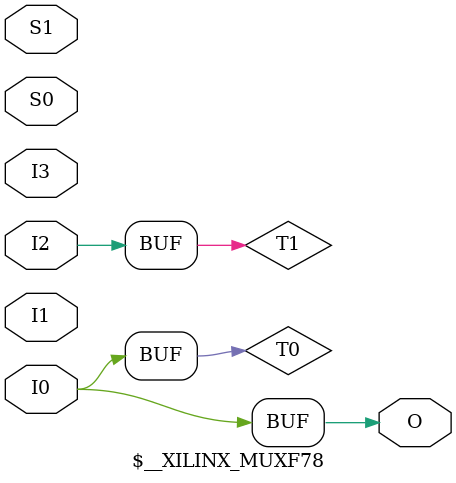
<source format=v>
/*
 *  yosys -- Yosys Open SYnthesis Suite
 *
 *  Copyright (C) 2012  Clifford Wolf <clifford@clifford.at>
 *                2019  Eddie Hung    <eddie@fpgeh.com>
 *
 *  Permission to use, copy, modify, and/or distribute this software for any
 *  purpose with or without fee is hereby granted, provided that the above
 *  copyright notice and this permission notice appear in all copies.
 *
 *  THE SOFTWARE IS PROVIDED "AS IS" AND THE AUTHOR DISCLAIMS ALL WARRANTIES
 *  WITH REGARD TO THIS SOFTWARE INCLUDING ALL IMPLIED WARRANTIES OF
 *  MERCHANTABILITY AND FITNESS. IN NO EVENT SHALL THE AUTHOR BE LIABLE FOR
 *  ANY SPECIAL, DIRECT, INDIRECT, OR CONSEQUENTIAL DAMAGES OR ANY DAMAGES
 *  WHATSOEVER RESULTING FROM LOSS OF USE, DATA OR PROFITS, WHETHER IN AN
 *  ACTION OF CONTRACT, NEGLIGENCE OR OTHER TORTIOUS ACTION, ARISING OUT OF
 *  OR IN CONNECTION WITH THE USE OR PERFORMANCE OF THIS SOFTWARE.
 *
 */

// Convert negative-polarity reset to positive-polarity
(* techmap_celltype = "$_DFF_NN0_" *)
module _90_dff_nn0_to_np0 (input D, C, R, output Q); \$_DFF_NP0_  _TECHMAP_REPLACE_ (.D(D), .Q(Q), .C(C), .R(~R)); endmodule
(* techmap_celltype = "$_DFF_PN0_" *)
module _90_dff_pn0_to_pp0 (input D, C, R, output Q); \$_DFF_PP0_  _TECHMAP_REPLACE_ (.D(D), .Q(Q), .C(C), .R(~R)); endmodule
(* techmap_celltype = "$_DFF_NN1_" *)
module _90_dff_nn1_to_np1 (input D, C, R, output Q); \$_DFF_NP1   _TECHMAP_REPLACE_ (.D(D), .Q(Q), .C(C), .R(~R)); endmodule
(* techmap_celltype = "$_DFF_PN1_" *)
module _90_dff_pn1_to_pp1 (input D, C, R, output Q); \$_DFF_PP1   _TECHMAP_REPLACE_ (.D(D), .Q(Q), .C(C), .R(~R)); endmodule

module \$__SHREG_ (input C, input D, input E, output Q);
  parameter DEPTH = 0;
  parameter [DEPTH-1:0] INIT = 0;
  parameter CLKPOL = 1;
  parameter ENPOL = 2;

  \$__XILINX_SHREG_ #(.DEPTH(DEPTH), .INIT(INIT), .CLKPOL(CLKPOL), .ENPOL(ENPOL)) _TECHMAP_REPLACE_ (.C(C), .D(D), .L(DEPTH-1), .E(E), .Q(Q));
endmodule

module \$__XILINX_SHREG_ (input C, input D, input [31:0] L, input E, output Q, output SO);
  parameter DEPTH = 0;
  parameter [DEPTH-1:0] INIT = 0;
  parameter CLKPOL = 1;
  parameter ENPOL = 2;

  // shregmap's INIT parameter shifts out LSB first;
  // however Xilinx expects MSB first
  function [DEPTH-1:0] brev;
    input [DEPTH-1:0] din;
    integer i;
    begin
      for (i = 0; i < DEPTH; i=i+1)
        brev[i] = din[DEPTH-1-i];
    end
  endfunction
  localparam [DEPTH-1:0] INIT_R = brev(INIT);

  parameter _TECHMAP_CONSTMSK_L_ = 0;
  parameter _TECHMAP_CONSTVAL_L_ = 0;

  wire CE;
  generate
    if (ENPOL == 0)
      assign CE = ~E;
    else if (ENPOL == 1)
      assign CE = E;
    else
      assign CE = 1'b1;
    if (DEPTH == 1) begin
      if (CLKPOL)
          FDRE #(.INIT(INIT_R)) _TECHMAP_REPLACE_ (.D(D), .Q(Q), .C(C), .CE(CE), .R(1'b0));
      else
          FDRE_1 #(.INIT(INIT_R)) _TECHMAP_REPLACE_ (.D(D), .Q(Q), .C(C), .CE(CE), .R(1'b0));
    end else
    if (DEPTH <= 16) begin
      SRL16E #(.INIT(INIT_R), .IS_CLK_INVERTED(~CLKPOL[0])) _TECHMAP_REPLACE_ (.A0(L[0]), .A1(L[1]), .A2(L[2]), .A3(L[3]), .CE(CE), .CLK(C), .D(D), .Q(Q));
    end else
    if (DEPTH > 17 && DEPTH <= 32) begin
      SRLC32E #(.INIT(INIT_R), .IS_CLK_INVERTED(~CLKPOL[0])) _TECHMAP_REPLACE_ (.A(L[4:0]), .CE(CE), .CLK(C), .D(D), .Q(Q));
    end else
    if (DEPTH > 33 && DEPTH <= 64) begin
      wire T0, T1, T2;
      SRLC32E #(.INIT(INIT_R[32-1:0]), .IS_CLK_INVERTED(~CLKPOL[0])) fpga_srl_0 (.A(L[4:0]), .CE(CE), .CLK(C), .D(D), .Q(T0), .Q31(T1));
      \$__XILINX_SHREG_ #(.DEPTH(DEPTH-32), .INIT(INIT[DEPTH-32-1:0]), .CLKPOL(CLKPOL), .ENPOL(ENPOL)) fpga_srl_1 (.C(C), .D(T1), .L(L), .E(E), .Q(T2));
      if (&_TECHMAP_CONSTMSK_L_)
        assign Q = T2;
      else
        MUXF7 fpga_mux_0 (.O(Q), .I0(T0), .I1(T2), .S(L[5]));
    end else
    if (DEPTH > 65 && DEPTH <= 96) begin
      wire T0, T1, T2, T3, T4, T5, T6;
      SRLC32E #(.INIT(INIT_R[32-1: 0]), .IS_CLK_INVERTED(~CLKPOL[0])) fpga_srl_0 (.A(L[4:0]), .CE(CE), .CLK(C), .D( D), .Q(T0), .Q31(T1));
      SRLC32E #(.INIT(INIT_R[64-1:32]), .IS_CLK_INVERTED(~CLKPOL[0])) fpga_srl_1 (.A(L[4:0]), .CE(CE), .CLK(C), .D(T1), .Q(T2), .Q31(T3));
      \$__XILINX_SHREG_ #(.DEPTH(DEPTH-64), .INIT(INIT[DEPTH-64-1:0]), .CLKPOL(CLKPOL), .ENPOL(ENPOL)) fpga_srl_2 (.C(C), .D(T3), .L(L[4:0]), .E(E), .Q(T4));
      if (&_TECHMAP_CONSTMSK_L_)
        assign Q = T4;
      else begin
        MUXF7 fpga_mux_0 (.O(T5), .I0(T0), .I1(T2), .S(L[5]));
        MUXF7 fpga_mux_1 (.O(T6), .I0(T4), .I1(1'b0 /* unused */), .S(L[5]));
        MUXF8 fpga_mux_2 (.O(Q), .I0(T5), .I1(T6), .S(L[6]));
      end
    end else
    if (DEPTH > 97 && DEPTH < 128) begin
      wire T0, T1, T2, T3, T4, T5, T6, T7, T8;
      SRLC32E #(.INIT(INIT_R[32-1: 0]), .IS_CLK_INVERTED(~CLKPOL[0])) fpga_srl_0 (.A(L[4:0]), .CE(CE), .CLK(C), .D( D), .Q(T0), .Q31(T1));
      SRLC32E #(.INIT(INIT_R[64-1:32]), .IS_CLK_INVERTED(~CLKPOL[0])) fpga_srl_1 (.A(L[4:0]), .CE(CE), .CLK(C), .D(T1), .Q(T2), .Q31(T3));
      SRLC32E #(.INIT(INIT_R[96-1:64]), .IS_CLK_INVERTED(~CLKPOL[0])) fpga_srl_2 (.A(L[4:0]), .CE(CE), .CLK(C), .D(T3), .Q(T4), .Q31(T5));
      \$__XILINX_SHREG_ #(.DEPTH(DEPTH-96), .INIT(INIT[DEPTH-96-1:0]), .CLKPOL(CLKPOL), .ENPOL(ENPOL)) fpga_srl_3 (.C(C), .D(T5), .L(L[4:0]), .E(E), .Q(T6));
      if (&_TECHMAP_CONSTMSK_L_)
        assign Q = T6;
      else begin
        MUXF7 fpga_mux_0 (.O(T7), .I0(T0), .I1(T2), .S(L[5]));
        MUXF7 fpga_mux_1 (.O(T8), .I0(T4), .I1(T6), .S(L[5]));
        MUXF8 fpga_mux_2 (.O(Q), .I0(T7), .I1(T8), .S(L[6]));
      end
    end
    else if (DEPTH == 128) begin
      wire T0, T1, T2, T3, T4, T5, T6;
      SRLC32E #(.INIT(INIT_R[ 32-1: 0]), .IS_CLK_INVERTED(~CLKPOL[0])) fpga_srl_0 (.A(L[4:0]), .CE(CE), .CLK(C), .D( D), .Q(T0), .Q31(T1));
      SRLC32E #(.INIT(INIT_R[ 64-1:32]), .IS_CLK_INVERTED(~CLKPOL[0])) fpga_srl_1 (.A(L[4:0]), .CE(CE), .CLK(C), .D(T1), .Q(T2), .Q31(T3));
      SRLC32E #(.INIT(INIT_R[ 96-1:64]), .IS_CLK_INVERTED(~CLKPOL[0])) fpga_srl_2 (.A(L[4:0]), .CE(CE), .CLK(C), .D(T3), .Q(T4), .Q31(T5));
      SRLC32E #(.INIT(INIT_R[128-1:96]), .IS_CLK_INVERTED(~CLKPOL[0])) fpga_srl_3 (.A(L[4:0]), .CE(CE), .CLK(C), .D(T5), .Q(T6), .Q31(SO));
      if (&_TECHMAP_CONSTMSK_L_)
        assign Q = T6;
      else begin
        wire T7, T8;
        MUXF7 fpga_mux_0 (.O(T7), .I0(T0), .I1(T2), .S(L[5]));
        MUXF7 fpga_mux_1 (.O(T8), .I0(T4), .I1(T6), .S(L[5]));
        MUXF8 fpga_mux_2 (.O(Q), .I0(T7), .I1(T8), .S(L[6]));
      end
    end
    else if (DEPTH <= 129 && ~&_TECHMAP_CONSTMSK_L_) begin
      // Handle cases where fixed-length depth is
      // just 1 over a convenient value
      \$__XILINX_SHREG_ #(.DEPTH(DEPTH+1), .INIT({INIT,1'b0}), .CLKPOL(CLKPOL), .ENPOL(ENPOL)) _TECHMAP_REPLACE_ (.C(C), .D(D), .L(L), .E(E), .Q(Q));
    end
    else begin
      localparam lower_clog2 = $clog2((DEPTH+1)/2);
      localparam lower_depth = 2 ** lower_clog2;
      wire T0, T1, T2, T3;
      if (&_TECHMAP_CONSTMSK_L_) begin
        \$__XILINX_SHREG_ #(.DEPTH(lower_depth), .INIT(INIT[DEPTH-1:DEPTH-lower_depth]), .CLKPOL(CLKPOL), .ENPOL(ENPOL)) fpga_srl_0 (.C(C), .D(D), .L(lower_depth-1), .E(E), .Q(T0));
        \$__XILINX_SHREG_ #(.DEPTH(DEPTH-lower_depth), .INIT(INIT[DEPTH-lower_depth-1:0]), .CLKPOL(CLKPOL), .ENPOL(ENPOL)) fpga_srl_1 (.C(C), .D(T0), .L(DEPTH-lower_depth-1), .E(E), .Q(Q), .SO(T3));
      end
      else begin
        \$__XILINX_SHREG_ #(.DEPTH(lower_depth), .INIT(INIT[DEPTH-1:DEPTH-lower_depth]), .CLKPOL(CLKPOL), .ENPOL(ENPOL)) fpga_srl_0 (.C(C), .D(D), .L(L[lower_clog2-1:0]), .E(E), .Q(T0), .SO(T1));
        \$__XILINX_SHREG_ #(.DEPTH(DEPTH-lower_depth), .INIT(INIT[DEPTH-lower_depth-1:0]), .CLKPOL(CLKPOL), .ENPOL(ENPOL)) fpga_srl_1 (.C(C), .D(T1), .L(L[lower_clog2-1:0]), .E(E), .Q(T2), .SO(T3));
        assign Q = L[lower_clog2] ? T2 : T0;
      end
      if (DEPTH == 2 * lower_depth)
          assign SO = T3;
    end
  endgenerate
endmodule

`ifdef MIN_MUX_INPUTS
module \$__XILINX_SHIFTX (A, B, Y);
  parameter A_SIGNED = 0;
  parameter B_SIGNED = 0;
  parameter A_WIDTH = 1;
  parameter B_WIDTH = 1;
  parameter Y_WIDTH = 1;

  input [A_WIDTH-1:0] A;
  input [B_WIDTH-1:0] B;
  output [Y_WIDTH-1:0] Y;

  parameter [A_WIDTH-1:0] _TECHMAP_CONSTMSK_A_ = 0;
  parameter [A_WIDTH-1:0] _TECHMAP_CONSTVAL_A_ = 0;
  parameter [B_WIDTH-1:0] _TECHMAP_CONSTMSK_B_ = 0;
  parameter [B_WIDTH-1:0] _TECHMAP_CONSTVAL_B_ = 0;

  function integer A_WIDTH_trimmed;
    input integer start;
  begin
    A_WIDTH_trimmed = start;
    while (A_WIDTH_trimmed > 0 && _TECHMAP_CONSTMSK_A_[A_WIDTH_trimmed-1] && _TECHMAP_CONSTVAL_A_[A_WIDTH_trimmed-1] === 1'bx)
      A_WIDTH_trimmed = A_WIDTH_trimmed - 1;
  end
  endfunction

  generate
    genvar i, j;
    // Bit-blast
    if (Y_WIDTH > 1) begin
      for (i = 0; i < Y_WIDTH; i++)
        \$__XILINX_SHIFTX  #(.A_SIGNED(A_SIGNED), .B_SIGNED(B_SIGNED), .A_WIDTH(A_WIDTH-Y_WIDTH+1), .B_WIDTH(B_WIDTH), .Y_WIDTH(1'd1)) bitblast (.A(A[A_WIDTH-Y_WIDTH+i:i]), .B(B), .Y(Y[i]));
    end
    // If the LSB of B is constant zero (and Y_WIDTH is 1) then
    //   we can optimise by removing every other entry from A
    //   and popping the constant zero from B
    else if (_TECHMAP_CONSTMSK_B_[0] && !_TECHMAP_CONSTVAL_B_[0]) begin
      wire [(A_WIDTH+1)/2-1:0] A_i;
      for (i = 0; i < (A_WIDTH+1)/2; i++)
        assign A_i[i] = A[i*2];
      \$__XILINX_SHIFTX  #(.A_SIGNED(A_SIGNED), .B_SIGNED(B_SIGNED), .A_WIDTH((A_WIDTH+1'd1)/2'd2), .B_WIDTH(B_WIDTH-1'd1), .Y_WIDTH(Y_WIDTH)) _TECHMAP_REPLACE_ (.A(A_i), .B(B[B_WIDTH-1:1]), .Y(Y));
    end
    // Trim off any leading 1'bx -es in A
    else if (_TECHMAP_CONSTMSK_A_[A_WIDTH-1] && _TECHMAP_CONSTVAL_A_[A_WIDTH-1] === 1'bx) begin
      localparam A_WIDTH_new = A_WIDTH_trimmed(A_WIDTH-1);
      \$__XILINX_SHIFTX  #(.A_SIGNED(A_SIGNED), .B_SIGNED(B_SIGNED), .A_WIDTH(A_WIDTH_new), .B_WIDTH(B_WIDTH), .Y_WIDTH(Y_WIDTH)) _TECHMAP_REPLACE_ (.A(A[A_WIDTH_new-1:0]), .B(B), .Y(Y));
    end
    else if (A_WIDTH < `MIN_MUX_INPUTS) begin
      wire _TECHMAP_FAIL_ = 1;
    end
    else if (A_WIDTH <= 2 ** 3) begin
      localparam a_width0 = 2 ** 2;
      localparam a_widthN = A_WIDTH - a_width0;
      wire T0, T1;
      \$shiftx  #(.A_SIGNED(A_SIGNED), .B_SIGNED(B_SIGNED), .A_WIDTH(a_width0), .B_WIDTH(2), .Y_WIDTH(Y_WIDTH)) fpga_soft_mux (.A(A[a_width0-1:0]), .B(B[2-1:0]), .Y(T0));
      if (a_widthN > 1)
        \$shiftx  #(.A_SIGNED(A_SIGNED), .B_SIGNED(B_SIGNED), .A_WIDTH(a_widthN), .B_WIDTH($clog2(a_widthN)), .Y_WIDTH(Y_WIDTH)) fpga_soft_mux_last (.A(A[A_WIDTH-1:a_width0]), .B(B[$clog2(a_widthN)-1:0]), .Y(T1));
      else
        assign T1 = A[A_WIDTH-1];
      MUXF7 fpga_hard_mux (.I0(T0), .I1(T1), .S(B[2]), .O(Y));
    end
    else if (A_WIDTH <= 2 ** 4) begin
      localparam a_width0 = 2 ** 2;
      localparam num_mux8 = A_WIDTH / a_width0;
      localparam a_widthN = A_WIDTH % a_width0;
      wire [a_width0-1:0] T;
      for (i = 0; i < a_width0; i++)
        if (i < num_mux8)
          \$shiftx  #(.A_SIGNED(A_SIGNED), .B_SIGNED(B_SIGNED), .A_WIDTH(a_width0), .B_WIDTH(2), .Y_WIDTH(Y_WIDTH)) fpga_mux (.A(A[i*a_width0+:a_width0]), .B(B[2-1:0]), .Y(T[i]));
        else if (i == num_mux8 && a_widthN > 1)
          \$shiftx  #(.A_SIGNED(A_SIGNED), .B_SIGNED(B_SIGNED), .A_WIDTH(a_widthN), .B_WIDTH($clog2(a_widthN)), .Y_WIDTH(Y_WIDTH)) fpga_mux_last (.A(A[A_WIDTH-1-:a_widthN]), .B(B[$clog2(a_widthN)-1:0]), .Y(T[i]));
        else
          assign T[i] = A[A_WIDTH-1];
      \$__XILINX_MUXF78 fpga_hard_mux (.I0(T[0]), .I1(T[1]), .I2(T[2]), .I3(T[3]), .S0(B[2]), .S1(B[3]), .O(Y));
    end
    else begin
      localparam a_width0 = 2 ** 4;
      localparam num_mux16 = A_WIDTH / a_width0;
      localparam a_widthN = A_WIDTH % a_width0;
      wire [num_mux16 + (a_widthN > 0 ? 1 : 0) - 1:0] T;
      for (i = 0; i < num_mux16; i++)
        \$__XILINX_SHIFTX  #(.A_SIGNED(A_SIGNED), .B_SIGNED(B_SIGNED), .A_WIDTH(a_width0), .B_WIDTH(4), .Y_WIDTH(Y_WIDTH)) fpga_soft_mux (.A(A[i*a_width0+:a_width0]), .B(B[4-1:0]), .Y(T[i]));
      if (a_widthN > 0) begin
        if (a_widthN > 1)
          \$__XILINX_SHIFTX  #(.A_SIGNED(A_SIGNED), .B_SIGNED(B_SIGNED), .A_WIDTH(a_widthN), .B_WIDTH($clog2(a_widthN)), .Y_WIDTH(Y_WIDTH)) fpga_soft_mux_last (.A(A[A_WIDTH-1-:a_widthN]), .B(B[$clog2(a_widthN)-1:0]), .Y(T[num_mux16]));
        else
          assign T[num_mux16] = A[A_WIDTH-1];
      end
      \$__XILINX_SHIFTX  #(.A_SIGNED(A_SIGNED), .B_SIGNED(B_SIGNED), .A_WIDTH(num_mux16 + (a_widthN > 0 ? 1 : 0)), .B_WIDTH(B_WIDTH-4), .Y_WIDTH(Y_WIDTH)) _TECHMAP_REPLACE_ (.A(T), .B(B[B_WIDTH-1:4]), .Y(Y));
    end
  endgenerate
endmodule

(* techmap_celltype = "$__XILINX_SHIFTX" *)
module _90__XILINX_SHIFTX (A, B, Y);
  parameter A_SIGNED = 0;
  parameter B_SIGNED = 0;
  parameter A_WIDTH = 1;
  parameter B_WIDTH = 1;
  parameter Y_WIDTH = 1;

  input [A_WIDTH-1:0] A;
  input [B_WIDTH-1:0] B;
  output [Y_WIDTH-1:0] Y;

  \$shiftx  #(.A_SIGNED(A_SIGNED), .B_SIGNED(B_SIGNED), .A_WIDTH(A_WIDTH), .B_WIDTH(B_WIDTH), .Y_WIDTH(Y_WIDTH)) _TECHMAP_REPLACE_ (.A(A), .B(B), .Y(Y));
endmodule

module \$_MUX8_ (A, B, C, D, E, F, G, H, S, T, U, Y);
input A, B, C, D, E, F, G, H, S, T, U;
output Y;
  \$__XILINX_SHIFTX  #(.A_SIGNED(0), .B_SIGNED(0), .A_WIDTH(8), .B_WIDTH(3), .Y_WIDTH(1)) _TECHMAP_REPLACE_ (.A({H,G,F,E,D,C,B,A}), .B({U,T,S}), .Y(Y));
endmodule

module \$_MUX16_ (A, B, C, D, E, F, G, H, I, J, K, L, M, N, O, P, S, T, U, V, Y);
input A, B, C, D, E, F, G, H, I, J, K, L, M, N, O, P, S, T, U, V;
output Y;
  \$__XILINX_SHIFTX  #(.A_SIGNED(0), .B_SIGNED(0), .A_WIDTH(16), .B_WIDTH(4), .Y_WIDTH(1)) _TECHMAP_REPLACE_ (.A({P,O,N,M,L,K,J,I,H,G,F,E,D,C,B,A}), .B({V,U,T,S}), .Y(Y));
endmodule
`endif

`ifndef _ABC
module \$__XILINX_MUXF78 (O, I0, I1, I2, I3, S0, S1);
  output O;
  input I0, I1, I2, I3, S0, S1;
  wire T0, T1;
  parameter _TECHMAP_BITS_CONNMAP_ = 0;
  parameter [_TECHMAP_BITS_CONNMAP_-1:0] _TECHMAP_CONNMAP_I0_ = 0;
  parameter [_TECHMAP_BITS_CONNMAP_-1:0] _TECHMAP_CONNMAP_I1_ = 0;
  parameter [_TECHMAP_BITS_CONNMAP_-1:0] _TECHMAP_CONNMAP_I2_ = 0;
  parameter [_TECHMAP_BITS_CONNMAP_-1:0] _TECHMAP_CONNMAP_I3_ = 0;
  parameter _TECHMAP_CONSTMSK_S0_ = 0;
  parameter _TECHMAP_CONSTVAL_S0_ = 0;
  parameter _TECHMAP_CONSTMSK_S1_ = 0;
  parameter _TECHMAP_CONSTVAL_S1_ = 0;
  if (_TECHMAP_CONSTMSK_S0_ && _TECHMAP_CONSTVAL_S0_ === 1'b1)
    assign T0 = I1;
  else if (_TECHMAP_CONSTMSK_S0_ || _TECHMAP_CONNMAP_I0_ === _TECHMAP_CONNMAP_I1_)
    assign T0 = I0;
  else
    MUXF7 mux7a (.I0(I0), .I1(I1), .S(S0), .O(T0));
  if (_TECHMAP_CONSTMSK_S0_ && _TECHMAP_CONSTVAL_S0_ === 1'b1)
    assign T1 = I3;
  else if (_TECHMAP_CONSTMSK_S0_ || _TECHMAP_CONNMAP_I2_ === _TECHMAP_CONNMAP_I3_)
    assign T1 = I2;
  else
    MUXF7 mux7b (.I0(I2), .I1(I3), .S(S0), .O(T1));
  if (_TECHMAP_CONSTMSK_S1_ && _TECHMAP_CONSTVAL_S1_ === 1'b1)
    assign O = T1;
  else if (_TECHMAP_CONSTMSK_S1_ || (_TECHMAP_CONNMAP_I0_ === _TECHMAP_CONNMAP_I1_ && _TECHMAP_CONNMAP_I1_ === _TECHMAP_CONNMAP_I2_ && _TECHMAP_CONNMAP_I2_ === _TECHMAP_CONNMAP_I3_))
    assign O = T0;
  else
    MUXF8 mux8 (.I0(T0), .I1(T1), .S(S1), .O(O));
endmodule
`endif

</source>
